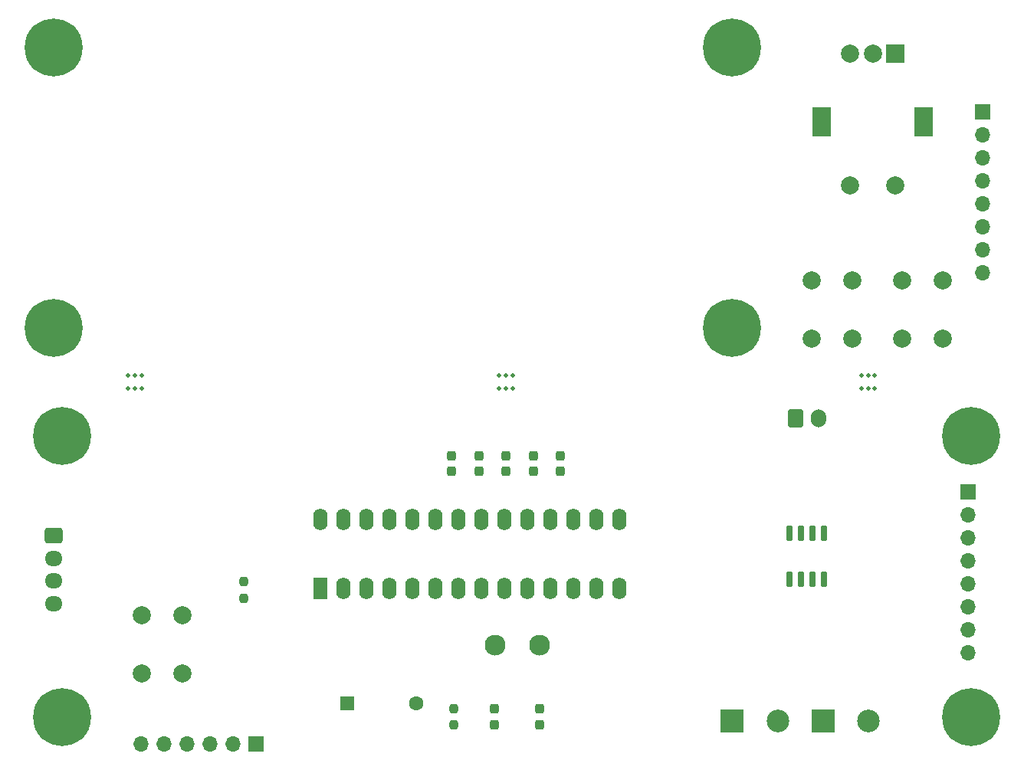
<source format=gbr>
%TF.GenerationSoftware,KiCad,Pcbnew,(6.0.5)*%
%TF.CreationDate,2022-11-21T22:14:33-06:00*%
%TF.ProjectId,A10102,41313031-3032-42e6-9b69-6361645f7063,rev?*%
%TF.SameCoordinates,Original*%
%TF.FileFunction,Soldermask,Top*%
%TF.FilePolarity,Negative*%
%FSLAX46Y46*%
G04 Gerber Fmt 4.6, Leading zero omitted, Abs format (unit mm)*
G04 Created by KiCad (PCBNEW (6.0.5)) date 2022-11-21 22:14:33*
%MOMM*%
%LPD*%
G01*
G04 APERTURE LIST*
G04 Aperture macros list*
%AMRoundRect*
0 Rectangle with rounded corners*
0 $1 Rounding radius*
0 $2 $3 $4 $5 $6 $7 $8 $9 X,Y pos of 4 corners*
0 Add a 4 corners polygon primitive as box body*
4,1,4,$2,$3,$4,$5,$6,$7,$8,$9,$2,$3,0*
0 Add four circle primitives for the rounded corners*
1,1,$1+$1,$2,$3*
1,1,$1+$1,$4,$5*
1,1,$1+$1,$6,$7*
1,1,$1+$1,$8,$9*
0 Add four rect primitives between the rounded corners*
20,1,$1+$1,$2,$3,$4,$5,0*
20,1,$1+$1,$4,$5,$6,$7,0*
20,1,$1+$1,$6,$7,$8,$9,0*
20,1,$1+$1,$8,$9,$2,$3,0*%
G04 Aperture macros list end*
%ADD10C,0.500000*%
%ADD11RoundRect,0.237500X0.237500X-0.300000X0.237500X0.300000X-0.237500X0.300000X-0.237500X-0.300000X0*%
%ADD12C,0.800000*%
%ADD13C,6.400000*%
%ADD14C,2.000000*%
%ADD15RoundRect,0.237500X0.237500X-0.250000X0.237500X0.250000X-0.237500X0.250000X-0.237500X-0.250000X0*%
%ADD16RoundRect,0.150000X-0.150000X0.725000X-0.150000X-0.725000X0.150000X-0.725000X0.150000X0.725000X0*%
%ADD17R,1.700000X1.700000*%
%ADD18O,1.700000X1.700000*%
%ADD19RoundRect,0.237500X-0.237500X0.250000X-0.237500X-0.250000X0.237500X-0.250000X0.237500X0.250000X0*%
%ADD20R,1.600000X2.400000*%
%ADD21O,1.600000X2.400000*%
%ADD22RoundRect,0.237500X-0.237500X0.300000X-0.237500X-0.300000X0.237500X-0.300000X0.237500X0.300000X0*%
%ADD23R,2.000000X2.000000*%
%ADD24R,2.000000X3.200000*%
%ADD25R,2.500000X2.500000*%
%ADD26C,2.500000*%
%ADD27R,1.600000X1.600000*%
%ADD28C,1.600000*%
%ADD29RoundRect,0.250000X-0.600000X-0.750000X0.600000X-0.750000X0.600000X0.750000X-0.600000X0.750000X0*%
%ADD30O,1.700000X2.000000*%
%ADD31C,2.300000*%
%ADD32RoundRect,0.250000X-0.725000X0.600000X-0.725000X-0.600000X0.725000X-0.600000X0.725000X0.600000X0*%
%ADD33O,1.950000X1.700000*%
G04 APERTURE END LIST*
D10*
%TO.C,mouse-bite-2mm-slot*%
X96070000Y-80670000D03*
X97570000Y-80670000D03*
X96070000Y-79170000D03*
X96820000Y-79170000D03*
X96820000Y-80670000D03*
X97570000Y-79170000D03*
%TD*%
D11*
%TO.C,C3*%
X143820000Y-89782500D03*
X143820000Y-88057500D03*
%TD*%
D12*
%TO.C,H5*%
X165220000Y-42920000D03*
X164517056Y-41222944D03*
X160420000Y-42920000D03*
X161122944Y-44617056D03*
X161122944Y-41222944D03*
X164517056Y-44617056D03*
X162820000Y-40520000D03*
X162820000Y-45320000D03*
D13*
X162820000Y-42920000D03*
%TD*%
D14*
%TO.C,SW3*%
X171570000Y-75170000D03*
X171570000Y-68670000D03*
X176070000Y-68670000D03*
X176070000Y-75170000D03*
%TD*%
D15*
%TO.C,R1*%
X108820000Y-103832500D03*
X108820000Y-102007500D03*
%TD*%
D12*
%TO.C,H7*%
X90220000Y-73920000D03*
X86122944Y-75617056D03*
X87820000Y-71520000D03*
X86122944Y-72222944D03*
X87820000Y-76320000D03*
X89517056Y-72222944D03*
D13*
X87820000Y-73920000D03*
D12*
X85420000Y-73920000D03*
X89517056Y-75617056D03*
%TD*%
D16*
%TO.C,U2*%
X172975000Y-96595000D03*
X171705000Y-96595000D03*
X170435000Y-96595000D03*
X169165000Y-96595000D03*
X169165000Y-101745000D03*
X170435000Y-101745000D03*
X171705000Y-101745000D03*
X172975000Y-101745000D03*
%TD*%
D11*
%TO.C,C6*%
X134820000Y-89782500D03*
X134820000Y-88057500D03*
%TD*%
D17*
%TO.C,J5*%
X110170000Y-119920000D03*
D18*
X107630000Y-119920000D03*
X105090000Y-119920000D03*
X102550000Y-119920000D03*
X100010000Y-119920000D03*
X97470000Y-119920000D03*
%TD*%
D10*
%TO.C,mouse-bite-2mm-slot*%
X137070000Y-80670000D03*
X137820000Y-80670000D03*
X138570000Y-80670000D03*
X137820000Y-79170000D03*
X138570000Y-79170000D03*
X137070000Y-79170000D03*
%TD*%
D19*
%TO.C,R4*%
X132070000Y-116007500D03*
X132070000Y-117832500D03*
%TD*%
D10*
%TO.C,mouse-bite-2mm-slot*%
X177820000Y-80670000D03*
X178570000Y-80670000D03*
X177070000Y-80670000D03*
X177070000Y-79170000D03*
X178570000Y-79170000D03*
X177820000Y-79170000D03*
%TD*%
D20*
%TO.C,U1*%
X117320000Y-102745000D03*
D21*
X119860000Y-102745000D03*
X122400000Y-102745000D03*
X124940000Y-102745000D03*
X127480000Y-102745000D03*
X130020000Y-102745000D03*
X132560000Y-102745000D03*
X135100000Y-102745000D03*
X137640000Y-102745000D03*
X140180000Y-102745000D03*
X142720000Y-102745000D03*
X145260000Y-102745000D03*
X147800000Y-102745000D03*
X150340000Y-102745000D03*
X150340000Y-95125000D03*
X147800000Y-95125000D03*
X145260000Y-95125000D03*
X142720000Y-95125000D03*
X140180000Y-95125000D03*
X137640000Y-95125000D03*
X135100000Y-95125000D03*
X132560000Y-95125000D03*
X130020000Y-95125000D03*
X127480000Y-95125000D03*
X124940000Y-95125000D03*
X122400000Y-95125000D03*
X119860000Y-95125000D03*
X117320000Y-95125000D03*
%TD*%
D22*
%TO.C,C1*%
X141570000Y-116057500D03*
X141570000Y-117782500D03*
%TD*%
D11*
%TO.C,C5*%
X137820000Y-89782500D03*
X137820000Y-88057500D03*
%TD*%
D23*
%TO.C,SW2*%
X180820000Y-43670000D03*
D14*
X175820000Y-43670000D03*
X178320000Y-43670000D03*
D24*
X172720000Y-51170000D03*
X183920000Y-51170000D03*
D14*
X175820000Y-58170000D03*
X180820000Y-58170000D03*
%TD*%
%TO.C,SW1*%
X97570000Y-112170000D03*
X97570000Y-105670000D03*
X102070000Y-105670000D03*
X102070000Y-112170000D03*
%TD*%
D25*
%TO.C,J3*%
X162820000Y-117420000D03*
D26*
X167820000Y-117420000D03*
%TD*%
D25*
%TO.C,J1*%
X172820000Y-117420000D03*
D26*
X177820000Y-117420000D03*
%TD*%
D22*
%TO.C,C2*%
X136570000Y-116057500D03*
X136570000Y-117782500D03*
%TD*%
D27*
%TO.C,BZ1*%
X120320000Y-115420000D03*
D28*
X127920000Y-115420000D03*
%TD*%
D14*
%TO.C,SW4*%
X181570000Y-75170000D03*
X181570000Y-68670000D03*
X186070000Y-75170000D03*
X186070000Y-68670000D03*
%TD*%
D12*
%TO.C,H8*%
X161122944Y-72222944D03*
X161122944Y-75617056D03*
X160420000Y-73920000D03*
D13*
X162820000Y-73920000D03*
D12*
X162820000Y-71520000D03*
X164517056Y-72222944D03*
X165220000Y-73920000D03*
X162820000Y-76320000D03*
X164517056Y-75617056D03*
%TD*%
D29*
%TO.C,J4*%
X169820000Y-83920000D03*
D30*
X172320000Y-83920000D03*
%TD*%
D11*
%TO.C,C7*%
X131820000Y-89782500D03*
X131820000Y-88057500D03*
%TD*%
D17*
%TO.C,J6*%
X188820000Y-92045000D03*
D18*
X188820000Y-94585000D03*
X188820000Y-97125000D03*
X188820000Y-99665000D03*
X188820000Y-102205000D03*
X188820000Y-104745000D03*
X188820000Y-107285000D03*
X188820000Y-109825000D03*
%TD*%
D31*
%TO.C,Y1*%
X141500000Y-109000000D03*
X136600000Y-109000000D03*
%TD*%
D32*
%TO.C,J2*%
X87820000Y-96920000D03*
D33*
X87820000Y-99420000D03*
X87820000Y-101920000D03*
X87820000Y-104420000D03*
%TD*%
D13*
%TO.C,H6*%
X87820000Y-42920000D03*
D12*
X87820000Y-40520000D03*
X89517056Y-41222944D03*
X86122944Y-41222944D03*
X87820000Y-45320000D03*
X86122944Y-44617056D03*
X89517056Y-44617056D03*
X90220000Y-42920000D03*
X85420000Y-42920000D03*
%TD*%
D17*
%TO.C,J7*%
X190445000Y-50045000D03*
D18*
X190445000Y-52585000D03*
X190445000Y-55125000D03*
X190445000Y-57665000D03*
X190445000Y-60205000D03*
X190445000Y-62745000D03*
X190445000Y-65285000D03*
X190445000Y-67825000D03*
%TD*%
D11*
%TO.C,C4*%
X140820000Y-89782500D03*
X140820000Y-88057500D03*
%TD*%
D12*
%TO.C,H4*%
X91220000Y-85920000D03*
X86420000Y-85920000D03*
X88820000Y-83520000D03*
X87122944Y-84222944D03*
X90517056Y-87617056D03*
X88820000Y-88320000D03*
X90517056Y-84222944D03*
X87122944Y-87617056D03*
D13*
X88820000Y-85920000D03*
%TD*%
D12*
%TO.C,H2*%
X190892056Y-115222944D03*
D13*
X189195000Y-116920000D03*
D12*
X189195000Y-114520000D03*
X187497944Y-115222944D03*
X186795000Y-116920000D03*
X190892056Y-118617056D03*
X189195000Y-119320000D03*
X191595000Y-116920000D03*
X187497944Y-118617056D03*
%TD*%
%TO.C,H3*%
X191595000Y-85920000D03*
X187497944Y-87617056D03*
X189195000Y-88320000D03*
X186795000Y-85920000D03*
X189195000Y-83520000D03*
X190892056Y-84222944D03*
D13*
X189195000Y-85920000D03*
D12*
X187497944Y-84222944D03*
X190892056Y-87617056D03*
%TD*%
%TO.C,H1*%
X87122944Y-115222944D03*
X90517056Y-115222944D03*
X90517056Y-118617056D03*
D13*
X88820000Y-116920000D03*
D12*
X91220000Y-116920000D03*
X86420000Y-116920000D03*
X88820000Y-114520000D03*
X87122944Y-118617056D03*
X88820000Y-119320000D03*
%TD*%
M02*

</source>
